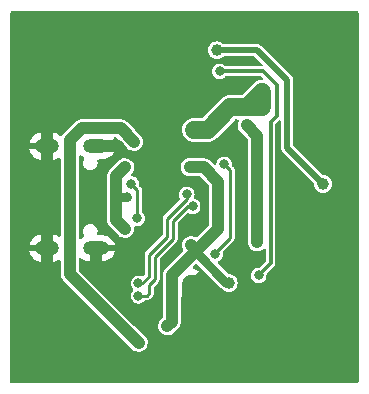
<source format=gbr>
%TF.GenerationSoftware,KiCad,Pcbnew,7.0.9-7.0.9~ubuntu22.04.1*%
%TF.CreationDate,2024-02-22T15:11:35+02:00*%
%TF.ProjectId,USB-SERIAL-L_Rev_B,5553422d-5345-4524-9941-4c2d4c5f5265,B*%
%TF.SameCoordinates,PX5f5e100PY7270e00*%
%TF.FileFunction,Copper,L2,Bot*%
%TF.FilePolarity,Positive*%
%FSLAX46Y46*%
G04 Gerber Fmt 4.6, Leading zero omitted, Abs format (unit mm)*
G04 Created by KiCad (PCBNEW 7.0.9-7.0.9~ubuntu22.04.1) date 2024-02-22 15:11:35*
%MOMM*%
%LPD*%
G01*
G04 APERTURE LIST*
%TA.AperFunction,ComponentPad*%
%ADD10C,1.500000*%
%TD*%
%TA.AperFunction,ComponentPad*%
%ADD11C,1.200000*%
%TD*%
%TA.AperFunction,ComponentPad*%
%ADD12C,6.300000*%
%TD*%
%TA.AperFunction,ComponentPad*%
%ADD13O,2.200000X1.200000*%
%TD*%
%TA.AperFunction,ComponentPad*%
%ADD14O,2.000000X1.300000*%
%TD*%
%TA.AperFunction,ViaPad*%
%ADD15C,1.000000*%
%TD*%
%TA.AperFunction,ViaPad*%
%ADD16C,0.800000*%
%TD*%
%TA.AperFunction,Conductor*%
%ADD17C,0.254000*%
%TD*%
%TA.AperFunction,Conductor*%
%ADD18C,1.016000*%
%TD*%
%TA.AperFunction,Conductor*%
%ADD19C,0.762000*%
%TD*%
%TA.AperFunction,Conductor*%
%ADD20C,1.524000*%
%TD*%
%TA.AperFunction,Conductor*%
%ADD21C,0.508000*%
%TD*%
%TA.AperFunction,Conductor*%
%ADD22C,0.304800*%
%TD*%
G04 APERTURE END LIST*
D10*
X15574000Y8672000D03*
D11*
X1087000Y3500000D03*
X1849000Y5151000D03*
X1849000Y1722000D03*
X3500000Y5913000D03*
D12*
X3500000Y3500000D03*
D11*
X3500000Y1087000D03*
X5151000Y5151000D03*
X5151000Y1849000D03*
X5913000Y3500000D03*
X24087000Y28500000D03*
X24849000Y30151000D03*
X24849000Y26722000D03*
X26500000Y30913000D03*
D12*
X26500000Y28500000D03*
D11*
X26500000Y26087000D03*
X28151000Y30151000D03*
X28151000Y26849000D03*
X28913000Y28500000D03*
X24087000Y3500000D03*
X24849000Y5151000D03*
X24849000Y1722000D03*
X26500000Y5913000D03*
D12*
X26500000Y3500000D03*
D11*
X26500000Y1087000D03*
X28151000Y5151000D03*
X28151000Y1849000D03*
X28913000Y3500000D03*
X1087000Y28500000D03*
X1849000Y30151000D03*
X1849000Y26722000D03*
X3500000Y30913000D03*
D12*
X3500000Y28500000D03*
D11*
X3500000Y26087000D03*
X5151000Y30151000D03*
X5151000Y26849000D03*
X5913000Y28500000D03*
D13*
X7530000Y11680000D03*
X7530000Y20320000D03*
D14*
X3350000Y11680000D03*
X3350000Y20320000D03*
D15*
X19761000Y16495000D03*
D16*
X16205000Y4557000D03*
D15*
X26873000Y19924000D03*
D16*
X13919000Y30465000D03*
X10617000Y10526000D03*
X9855000Y30465000D03*
D15*
X28397000Y7224000D03*
X12268000Y13320000D03*
D16*
X14046000Y15860000D03*
D15*
X22174000Y2144000D03*
X6553000Y15225000D03*
X20142000Y30973000D03*
X18237000Y20051000D03*
D16*
X17411500Y3096500D03*
D15*
X21539000Y7351000D03*
X26873000Y14717000D03*
X1219000Y10018000D03*
X10871000Y5954000D03*
X12014000Y22210000D03*
X28905000Y12177000D03*
X16583900Y16619900D03*
X27254000Y9637000D03*
X21158000Y10780000D03*
X8966000Y23861000D03*
X1219000Y20813000D03*
X28905000Y22337000D03*
X1219000Y17257000D03*
X18745000Y7351000D03*
X15697000Y24750000D03*
X11760000Y28941000D03*
X5156000Y23861000D03*
X3886000Y15352000D03*
X1219000Y13701000D03*
X4140000Y7986000D03*
X28905000Y17384000D03*
D16*
X15316000Y13828000D03*
D15*
X20269000Y22083000D03*
X21158000Y12177000D03*
X26746000Y17130000D03*
X17729000Y28433000D03*
D16*
X17983000Y26655000D03*
D15*
X18745000Y8748000D03*
D16*
X15570000Y11923000D03*
X21285000Y9383000D03*
D15*
X15443000Y18527000D03*
X13538000Y5065000D03*
X21539000Y24877000D03*
X15824000Y21702000D03*
X21539000Y23607000D03*
X16967000Y21702000D03*
X11125000Y3668000D03*
X10744000Y20686000D03*
D16*
X10125150Y16003150D03*
D15*
X9982000Y13320000D03*
X9982000Y18527000D03*
D16*
X10998000Y14209000D03*
X15197354Y16232646D03*
X11105643Y8699000D03*
X10490000Y17130000D03*
X11105643Y7645000D03*
X15697000Y15225000D03*
X18364000Y18781000D03*
X17602000Y11161000D03*
D17*
X18364000Y18781000D02*
X18872000Y18273000D01*
X18872000Y18273000D02*
X18872000Y12558000D01*
X18872000Y12558000D02*
X17602000Y11288000D01*
X17602000Y11288000D02*
X17602000Y11161000D01*
D18*
X18237000Y20051000D02*
X19126000Y20051000D01*
X19126000Y20051000D02*
X19761000Y19416000D01*
X19761000Y9764000D02*
X20091200Y9433800D01*
X19761000Y19416000D02*
X19761000Y9764000D01*
X20091200Y9433800D02*
X20091200Y8036800D01*
X20091200Y8036800D02*
X20777000Y7351000D01*
X20777000Y7351000D02*
X21539000Y7351000D01*
D19*
X18618000Y8748000D02*
X18554500Y8748000D01*
X18554500Y8748000D02*
X15951000Y11351500D01*
X15951000Y11351500D02*
X15951000Y11415000D01*
D20*
X15574000Y8672000D02*
X16662000Y8672000D01*
D18*
X18237000Y20051000D02*
X13284000Y20051000D01*
X13284000Y15860000D02*
X13284000Y18273000D01*
X21539000Y7351000D02*
X18745000Y7351000D01*
X3350000Y11680000D02*
X3350000Y20320000D01*
X20904000Y5065000D02*
X20904000Y2779000D01*
D21*
X16583900Y16619900D02*
X16840000Y16363800D01*
D18*
X7442000Y5319000D02*
X3350000Y9411000D01*
X7530000Y11680000D02*
X7530000Y9803000D01*
X20904000Y2779000D02*
X19380000Y1255000D01*
X12014000Y21321000D02*
X12014000Y22210000D01*
X9855000Y10907000D02*
X12268000Y13320000D01*
X12014000Y22210000D02*
X12014000Y28687000D01*
X3350000Y20320000D02*
X3350000Y22309000D01*
X17411500Y3096500D02*
X16713000Y3795000D01*
D20*
X16662000Y8672000D02*
X17856000Y7478000D01*
D21*
X16840000Y14971000D02*
X15697000Y13828000D01*
D18*
X19380000Y1255000D02*
X9474000Y1255000D01*
X12268000Y14844000D02*
X12268000Y13320000D01*
D20*
X15574000Y7093000D02*
X15574000Y8672000D01*
D18*
X16713000Y3795000D02*
X13030000Y3795000D01*
D21*
X15692800Y17511000D02*
X14935000Y17511000D01*
D18*
X3350000Y9411000D02*
X3350000Y11680000D01*
X12268000Y14844000D02*
X13284000Y15860000D01*
X12014000Y28687000D02*
X11760000Y28941000D01*
X16840000Y5827000D02*
X15574000Y7093000D01*
X13284000Y20051000D02*
X12014000Y21321000D01*
X9474000Y1255000D02*
X7442000Y3287000D01*
X9982000Y28941000D02*
X11760000Y28941000D01*
X9855000Y6970000D02*
X9855000Y10907000D01*
X7530000Y20320000D02*
X9332000Y20320000D01*
D21*
X15697000Y13828000D02*
X15316000Y13828000D01*
D18*
X21539000Y5700000D02*
X20904000Y5065000D01*
D21*
X14173000Y18273000D02*
X13284000Y18273000D01*
D19*
X14046000Y15860000D02*
X13284000Y15860000D01*
D21*
X16840000Y16363800D02*
X16840000Y14971000D01*
X16583900Y16619900D02*
X15692800Y17511000D01*
D18*
X9332000Y20320000D02*
X9728000Y19924000D01*
D21*
X14935000Y17511000D02*
X14173000Y18273000D01*
D18*
X7442000Y3287000D02*
X7442000Y5319000D01*
X13030000Y3795000D02*
X9855000Y6970000D01*
X3350000Y22309000D02*
X9982000Y28941000D01*
X21539000Y7351000D02*
X21539000Y5700000D01*
X13284000Y18273000D02*
X13284000Y20051000D01*
X21158000Y21194000D02*
X20269000Y22083000D01*
X21158000Y12177000D02*
X21158000Y21194000D01*
D21*
X23698000Y25893000D02*
X21158000Y28433000D01*
X23698000Y20178000D02*
X23698000Y25893000D01*
X26746000Y17130000D02*
X23698000Y20178000D01*
X21158000Y28433000D02*
X17729000Y28433000D01*
D18*
X16649500Y18527000D02*
X17856000Y17320500D01*
D22*
X22301000Y10399000D02*
X22301000Y22400500D01*
D18*
X17856000Y17320500D02*
X17856000Y13320000D01*
D22*
X22809000Y25512000D02*
X21666000Y26655000D01*
D18*
X15443000Y18527000D02*
X16649500Y18527000D01*
X15951000Y11415000D02*
X15951000Y11542000D01*
X15951000Y11542000D02*
X15570000Y11923000D01*
X13919000Y9383000D02*
X13919000Y5446000D01*
D22*
X21285000Y9383000D02*
X22301000Y10399000D01*
D18*
X13919000Y5446000D02*
X13538000Y5065000D01*
X17856000Y13320000D02*
X13919000Y9383000D01*
D22*
X22809000Y22908500D02*
X22809000Y25512000D01*
X22301000Y22400500D02*
X22809000Y22908500D01*
X21666000Y26655000D02*
X17983000Y26655000D01*
D21*
X18745000Y8748000D02*
X18618000Y8748000D01*
D20*
X21539000Y24877000D02*
X20269000Y23607000D01*
D18*
X9601000Y21829000D02*
X10744000Y20686000D01*
D20*
X21539000Y23607000D02*
X21539000Y24877000D01*
D18*
X5283000Y9510000D02*
X5283000Y20813000D01*
D20*
X18872000Y23607000D02*
X16967000Y21702000D01*
X21539000Y23607000D02*
X20269000Y23607000D01*
D18*
X6299000Y21829000D02*
X9601000Y21829000D01*
X11125000Y3668000D02*
X5283000Y9510000D01*
D20*
X16967000Y21702000D02*
X15824000Y21702000D01*
D18*
X5283000Y20813000D02*
X6299000Y21829000D01*
D20*
X20269000Y23607000D02*
X18872000Y23607000D01*
D18*
X9220000Y14082000D02*
X9220000Y15987000D01*
D19*
X10125150Y16003150D02*
X9236150Y16003150D01*
D18*
X9220000Y15987000D02*
X9220000Y17765000D01*
D19*
X9236150Y16003150D02*
X9220000Y15987000D01*
D18*
X9982000Y13320000D02*
X9220000Y14082000D01*
X9220000Y17765000D02*
X9982000Y18527000D01*
D17*
X11105643Y8699000D02*
X11441222Y8699000D01*
X12014000Y11139212D02*
X13538000Y12663212D01*
X12014000Y9271778D02*
X12014000Y11139212D01*
X10998000Y14209000D02*
X10998000Y16622000D01*
X13538000Y12663212D02*
X13538000Y14187211D01*
X10998000Y16622000D02*
X10490000Y17130000D01*
X13538000Y14187211D02*
X15197354Y15846565D01*
X15197354Y15846565D02*
X15197354Y16232646D01*
X11441222Y8699000D02*
X12014000Y9271778D01*
X12014000Y8553357D02*
X12522000Y9061357D01*
X12014000Y7859000D02*
X12014000Y8553357D01*
X11800000Y7645000D02*
X12014000Y7859000D01*
X15294211Y15225000D02*
X15697000Y15225000D01*
X12522000Y10928788D02*
X14046000Y12452788D01*
X11105643Y7645000D02*
X11800000Y7645000D01*
X14046000Y13976789D02*
X15294211Y15225000D01*
X14046000Y12452788D02*
X14046000Y13976789D01*
X12522000Y9061357D02*
X12522000Y10928788D01*
%TA.AperFunction,Conductor*%
G36*
X29687621Y31725498D02*
G01*
X29734114Y31671842D01*
X29745500Y31619500D01*
X29745500Y380500D01*
X29725498Y312379D01*
X29671842Y265886D01*
X29619500Y254500D01*
X380500Y254500D01*
X312379Y274502D01*
X265886Y328158D01*
X254500Y380500D01*
X254500Y11426000D01*
X1869423Y11426000D01*
X1881435Y11361737D01*
X1881436Y11361734D01*
X1958958Y11161629D01*
X1958966Y11161613D01*
X2071935Y10979161D01*
X2071936Y10979160D01*
X2216516Y10820563D01*
X2387779Y10691232D01*
X2387784Y10691228D01*
X2579884Y10595574D01*
X2579890Y10595571D01*
X2786309Y10536841D01*
X2946459Y10522000D01*
X3096000Y10522000D01*
X3096000Y11280000D01*
X3604000Y11280000D01*
X3604000Y10522000D01*
X3753541Y10522000D01*
X3913688Y10536841D01*
X3913692Y10536841D01*
X4120109Y10595571D01*
X4120115Y10595574D01*
X4312215Y10691228D01*
X4312216Y10691229D01*
X4318565Y10696023D01*
X4384980Y10721115D01*
X4454417Y10706317D01*
X4504831Y10656327D01*
X4520500Y10595475D01*
X4520500Y9574729D01*
X4519170Y9556470D01*
X4515634Y9532332D01*
X4515634Y9532327D01*
X4520260Y9479445D01*
X4520500Y9473952D01*
X4520500Y9465584D01*
X4524368Y9432489D01*
X4531168Y9354763D01*
X4532652Y9347577D01*
X4532593Y9347565D01*
X4534251Y9340084D01*
X4534310Y9340097D01*
X4536001Y9332960D01*
X4562690Y9259631D01*
X4587234Y9185562D01*
X4590335Y9178912D01*
X4590280Y9178887D01*
X4593619Y9171990D01*
X4593673Y9172017D01*
X4596962Y9165468D01*
X4596965Y9165464D01*
X4596966Y9165461D01*
X4639848Y9100262D01*
X4680812Y9033851D01*
X4680813Y9033850D01*
X4680815Y9033847D01*
X4685362Y9028097D01*
X4685314Y9028060D01*
X4690154Y9022119D01*
X4690200Y9022157D01*
X4694911Y9016543D01*
X4694912Y9016542D01*
X4694915Y9016538D01*
X4751685Y8962978D01*
X10617230Y3097431D01*
X10617234Y3097428D01*
X10617235Y3097427D01*
X10721981Y3014605D01*
X10883527Y2939275D01*
X11058092Y2903231D01*
X11236264Y2908414D01*
X11408436Y2954548D01*
X11565330Y3039144D01*
X11698484Y3157642D01*
X11800723Y3303653D01*
X11866533Y3469306D01*
X11892367Y3645672D01*
X11876831Y3823240D01*
X11820765Y3992440D01*
X11727189Y4144149D01*
X11727188Y4144150D01*
X11727183Y4144156D01*
X10739430Y5131909D01*
X12773231Y5131909D01*
X12778415Y4953737D01*
X12824548Y4781564D01*
X12909144Y4624670D01*
X13027642Y4491516D01*
X13173653Y4389277D01*
X13339307Y4323468D01*
X13515672Y4297634D01*
X13693240Y4313169D01*
X13862440Y4369235D01*
X13951935Y4424438D01*
X14014145Y4462809D01*
X14014146Y4462811D01*
X14014149Y4462812D01*
X14412407Y4861071D01*
X14426240Y4873025D01*
X14445822Y4887602D01*
X14479952Y4928279D01*
X14483651Y4932315D01*
X14489573Y4938235D01*
X14510245Y4964380D01*
X14560396Y5024147D01*
X14560398Y5024152D01*
X14564430Y5030280D01*
X14564483Y5030245D01*
X14568595Y5036700D01*
X14568541Y5036733D01*
X14572390Y5042975D01*
X14572395Y5042980D01*
X14605377Y5113712D01*
X14640394Y5183434D01*
X14640394Y5183436D01*
X14640396Y5183439D01*
X14642908Y5190339D01*
X14642966Y5190318D01*
X14645475Y5197538D01*
X14645416Y5197557D01*
X14647722Y5204522D01*
X14647725Y5204526D01*
X14663502Y5280939D01*
X14681500Y5356877D01*
X14681500Y5356884D01*
X14682352Y5364166D01*
X14682412Y5364159D01*
X14683190Y5371774D01*
X14683129Y5371779D01*
X14683767Y5379083D01*
X14683769Y5379091D01*
X14681500Y5457076D01*
X14681500Y7519158D01*
X14701502Y7587279D01*
X14755158Y7633772D01*
X14825432Y7643876D01*
X14879771Y7622371D01*
X14942600Y7578378D01*
X15142092Y7485353D01*
X15142096Y7485351D01*
X15354712Y7428381D01*
X15574000Y7409196D01*
X15793287Y7428381D01*
X16005903Y7485351D01*
X16005912Y7485355D01*
X16205405Y7578381D01*
X16205412Y7578385D01*
X16265986Y7620802D01*
X16265986Y7620804D01*
X15701587Y8185203D01*
X15716315Y8187320D01*
X15847100Y8247048D01*
X15955761Y8341202D01*
X16033493Y8462156D01*
X16058361Y8546850D01*
X16625197Y7980014D01*
X16625198Y7980014D01*
X16667615Y8040588D01*
X16667619Y8040595D01*
X16760645Y8240088D01*
X16760649Y8240097D01*
X16817619Y8452713D01*
X16836804Y8672000D01*
X16817619Y8891288D01*
X16760649Y9103904D01*
X16760647Y9103908D01*
X16667621Y9303402D01*
X16625198Y9363988D01*
X16625196Y9363988D01*
X16058360Y8797152D01*
X16033493Y8881844D01*
X15955761Y9002798D01*
X15847100Y9096952D01*
X15716315Y9156680D01*
X15701587Y9158798D01*
X16265986Y9723199D01*
X16265986Y9723200D01*
X16205401Y9765622D01*
X16205402Y9765622D01*
X16005907Y9858648D01*
X16005902Y9858650D01*
X15796406Y9914784D01*
X15735783Y9951736D01*
X15704762Y10015596D01*
X15713190Y10086091D01*
X15739922Y10125586D01*
X15919957Y10305621D01*
X15982269Y10339647D01*
X16053084Y10334582D01*
X16098146Y10305622D01*
X17084262Y9319505D01*
X18045685Y8358082D01*
X18055672Y8345618D01*
X18055896Y8345803D01*
X18060947Y8339697D01*
X18112193Y8291574D01*
X18133401Y8270365D01*
X18138972Y8266044D01*
X18143486Y8262188D01*
X18149978Y8256092D01*
X18177994Y8229783D01*
X18177996Y8229782D01*
X18195824Y8219981D01*
X18212352Y8209124D01*
X18229283Y8195991D01*
X18235215Y8190761D01*
X18253976Y8172000D01*
X18271601Y8154375D01*
X18302260Y8135111D01*
X18415563Y8063918D01*
X18576046Y8007763D01*
X18745000Y7988726D01*
X18913954Y8007763D01*
X19074437Y8063918D01*
X19218400Y8154376D01*
X19338624Y8274600D01*
X19429082Y8418563D01*
X19485237Y8579046D01*
X19504274Y8748000D01*
X19485237Y8916954D01*
X19429082Y9077437D01*
X19338624Y9221400D01*
X19338622Y9221403D01*
X19218402Y9341623D01*
X19218399Y9341625D01*
X19074439Y9432081D01*
X19074437Y9432082D01*
X19063786Y9435809D01*
X18913954Y9488237D01*
X18745000Y9507274D01*
X18744998Y9507274D01*
X18737969Y9508066D01*
X18738144Y9509625D01*
X18678027Y9527276D01*
X18657057Y9544175D01*
X17839420Y10361812D01*
X17805397Y10424122D01*
X17810462Y10494938D01*
X17853009Y10551773D01*
X17869948Y10562464D01*
X17976529Y10618401D01*
X18095498Y10723799D01*
X18185787Y10854605D01*
X18242149Y11003218D01*
X18242149Y11003219D01*
X18242150Y11003221D01*
X18261307Y11160997D01*
X18261307Y11161003D01*
X18241981Y11320164D01*
X18253626Y11390199D01*
X18277964Y11424444D01*
X19104542Y12251022D01*
X19124718Y12267406D01*
X19133956Y12273440D01*
X19156114Y12301911D01*
X19161282Y12307762D01*
X19164113Y12310591D01*
X19177891Y12329890D01*
X19212158Y12373915D01*
X19212158Y12373918D01*
X19215957Y12380936D01*
X19219471Y12388126D01*
X19219475Y12388130D01*
X19225655Y12408889D01*
X19235391Y12441590D01*
X19253499Y12494336D01*
X19254819Y12502251D01*
X19255805Y12510157D01*
X19253500Y12565884D01*
X19253500Y18220367D01*
X19256182Y18246227D01*
X19256265Y18246621D01*
X19258445Y18257017D01*
X19253983Y18292808D01*
X19253500Y18300600D01*
X19253500Y18304613D01*
X19249594Y18328017D01*
X19246861Y18349938D01*
X19242695Y18383361D01*
X19242694Y18383364D01*
X19240408Y18391041D01*
X19237819Y18398584D01*
X19211269Y18447646D01*
X19186777Y18497744D01*
X19182129Y18504254D01*
X19177216Y18510567D01*
X19136181Y18548341D01*
X19053718Y18630805D01*
X19019692Y18693117D01*
X19017732Y18735089D01*
X19020530Y18758126D01*
X19023307Y18781000D01*
X19017111Y18832033D01*
X19004150Y18938780D01*
X18986456Y18985433D01*
X18947787Y19087395D01*
X18857498Y19218201D01*
X18738529Y19323599D01*
X18738528Y19323600D01*
X18738525Y19323602D01*
X18597797Y19397461D01*
X18597795Y19397462D01*
X18597793Y19397463D01*
X18597791Y19397464D01*
X18597790Y19397464D01*
X18443472Y19435500D01*
X18443471Y19435500D01*
X18284529Y19435500D01*
X18284527Y19435500D01*
X18130209Y19397464D01*
X18130202Y19397461D01*
X17989474Y19323602D01*
X17989469Y19323598D01*
X17870501Y19218200D01*
X17780215Y19087399D01*
X17780212Y19087393D01*
X17723849Y18938780D01*
X17710888Y18832033D01*
X17682821Y18766820D01*
X17623952Y18727134D01*
X17552972Y18725574D01*
X17496712Y18758126D01*
X17234442Y19020396D01*
X17222470Y19034248D01*
X17207898Y19053822D01*
X17207896Y19053824D01*
X17167230Y19087948D01*
X17163176Y19091662D01*
X17157271Y19097568D01*
X17131119Y19118247D01*
X17071355Y19168395D01*
X17065228Y19172424D01*
X17065261Y19172476D01*
X17058803Y19176590D01*
X17058772Y19176539D01*
X17052522Y19180394D01*
X17020637Y19195262D01*
X16981794Y19213375D01*
X16972185Y19218201D01*
X16912072Y19248392D01*
X16905171Y19250903D01*
X16905191Y19250961D01*
X16897959Y19253475D01*
X16897940Y19253417D01*
X16890976Y19255725D01*
X16814565Y19271502D01*
X16738620Y19289501D01*
X16731333Y19290352D01*
X16731340Y19290413D01*
X16723726Y19291191D01*
X16723721Y19291129D01*
X16716409Y19291769D01*
X16638424Y19289500D01*
X15398585Y19289500D01*
X15265958Y19273999D01*
X15265956Y19273998D01*
X15098463Y19213036D01*
X15098457Y19213033D01*
X14949542Y19115090D01*
X14827216Y18985433D01*
X14738094Y18831069D01*
X14716257Y18758126D01*
X14696795Y18693117D01*
X14686972Y18660307D01*
X14677837Y18503458D01*
X14676608Y18482363D01*
X14704638Y18323398D01*
X14707561Y18306820D01*
X14707561Y18306819D01*
X14778156Y18143161D01*
X14778157Y18143160D01*
X14778159Y18143158D01*
X14778160Y18143155D01*
X14884602Y18000178D01*
X14884604Y18000177D01*
X14884605Y18000175D01*
X14894074Y17992230D01*
X15021147Y17885604D01*
X15023854Y17884245D01*
X15180427Y17805609D01*
X15180430Y17805608D01*
X15180434Y17805606D01*
X15353877Y17764500D01*
X16281473Y17764500D01*
X16349594Y17744498D01*
X16370568Y17727595D01*
X17056595Y17041568D01*
X17090621Y16979256D01*
X17093500Y16952473D01*
X17093500Y13688029D01*
X17073498Y13619908D01*
X17056595Y13598934D01*
X16077030Y12619370D01*
X16014718Y12585344D01*
X15943902Y12590409D01*
X15934692Y12594268D01*
X15811473Y12651725D01*
X15811471Y12651726D01*
X15636911Y12687769D01*
X15636909Y12687769D01*
X15518127Y12684313D01*
X15458736Y12682585D01*
X15286563Y12636452D01*
X15129672Y12551858D01*
X15129671Y12551857D01*
X14996516Y12433359D01*
X14996514Y12433356D01*
X14894278Y12287348D01*
X14894275Y12287344D01*
X14828468Y12121693D01*
X14802634Y11945328D01*
X14818169Y11767760D01*
X14874235Y11598560D01*
X14874236Y11598558D01*
X14891360Y11570796D01*
X14910097Y11502317D01*
X14888838Y11434578D01*
X14873214Y11415554D01*
X13425602Y9967942D01*
X13411753Y9955972D01*
X13392179Y9941399D01*
X13392176Y9941397D01*
X13358056Y9900735D01*
X13354349Y9896689D01*
X13348428Y9890767D01*
X13348428Y9890766D01*
X13327754Y9864621D01*
X13277604Y9804853D01*
X13273574Y9798725D01*
X13273523Y9798758D01*
X13269405Y9792294D01*
X13269455Y9792263D01*
X13265607Y9786026D01*
X13232625Y9715295D01*
X13197604Y9645562D01*
X13195095Y9638668D01*
X13195039Y9638689D01*
X13192525Y9631455D01*
X13192582Y9631436D01*
X13190275Y9624476D01*
X13174498Y9548066D01*
X13156499Y9472122D01*
X13155648Y9464833D01*
X13155587Y9464841D01*
X13153897Y9448292D01*
X13152897Y9443449D01*
X13150543Y9439030D01*
X13155446Y9408131D01*
X13155774Y9396878D01*
X13156500Y9371924D01*
X13156500Y9047654D01*
X13150021Y9025590D01*
X13154858Y9015504D01*
X13156500Y8995231D01*
X13156500Y5814029D01*
X13136498Y5745908D01*
X13119595Y5724934D01*
X12967432Y5572772D01*
X12967429Y5572768D01*
X12884605Y5468021D01*
X12809274Y5306472D01*
X12773231Y5131913D01*
X12773231Y5131910D01*
X12773231Y5131909D01*
X10739430Y5131909D01*
X8226342Y7644997D01*
X10446336Y7644997D01*
X10465492Y7487221D01*
X10514090Y7359081D01*
X10521856Y7338605D01*
X10612145Y7207799D01*
X10731114Y7102401D01*
X10731115Y7102401D01*
X10731117Y7102399D01*
X10805843Y7063180D01*
X10871850Y7028537D01*
X11026172Y6990500D01*
X11026173Y6990500D01*
X11185113Y6990500D01*
X11185114Y6990500D01*
X11339436Y7028537D01*
X11480172Y7102401D01*
X11599141Y7207799D01*
X11600027Y7209082D01*
X11600914Y7209802D01*
X11604197Y7213506D01*
X11604813Y7212961D01*
X11655188Y7253779D01*
X11703719Y7263500D01*
X11747366Y7263500D01*
X11773224Y7260819D01*
X11784017Y7258555D01*
X11819809Y7263017D01*
X11827600Y7263500D01*
X11831611Y7263500D01*
X11855005Y7267404D01*
X11862887Y7268387D01*
X11910360Y7274304D01*
X11910362Y7274306D01*
X11918011Y7276583D01*
X11925584Y7279182D01*
X11925586Y7279182D01*
X11974641Y7305730D01*
X12024746Y7330224D01*
X12024750Y7330229D01*
X12031250Y7334868D01*
X12037560Y7339779D01*
X12037562Y7339780D01*
X12075339Y7380818D01*
X12246542Y7552020D01*
X12266720Y7568407D01*
X12275956Y7574440D01*
X12298103Y7602897D01*
X12303271Y7608750D01*
X12306114Y7611591D01*
X12319898Y7630899D01*
X12354158Y7674915D01*
X12354159Y7674921D01*
X12357950Y7681924D01*
X12361471Y7689127D01*
X12361475Y7689131D01*
X12370823Y7720532D01*
X12377389Y7742584D01*
X12395498Y7795334D01*
X12395500Y7795339D01*
X12395500Y7795346D01*
X12396819Y7803248D01*
X12397805Y7811158D01*
X12395500Y7866885D01*
X12395500Y8343145D01*
X12415502Y8411266D01*
X12432400Y8432236D01*
X12754544Y8754381D01*
X12774720Y8770764D01*
X12783956Y8776797D01*
X12806114Y8805268D01*
X12811282Y8811119D01*
X12814113Y8813948D01*
X12827891Y8833247D01*
X12862158Y8877272D01*
X12862158Y8877275D01*
X12865957Y8884293D01*
X12869476Y8891490D01*
X12885387Y8944937D01*
X12891581Y8962978D01*
X12903500Y8997696D01*
X12903500Y8997701D01*
X12904812Y9005565D01*
X12905467Y9010815D01*
X12907643Y9015828D01*
X12908279Y9020189D01*
X12904608Y9042447D01*
X12903500Y9069227D01*
X12903500Y9404464D01*
X12912703Y9435809D01*
X12903923Y9458610D01*
X12903500Y9468928D01*
X12903500Y10718577D01*
X12923502Y10786698D01*
X12940400Y10807667D01*
X14278542Y12145810D01*
X14298718Y12162194D01*
X14307956Y12168228D01*
X14330114Y12196699D01*
X14335282Y12202550D01*
X14338113Y12205379D01*
X14351891Y12224678D01*
X14386158Y12268703D01*
X14386158Y12268706D01*
X14389957Y12275724D01*
X14393471Y12282914D01*
X14393475Y12282918D01*
X14400875Y12307774D01*
X14409391Y12336378D01*
X14427499Y12389124D01*
X14428819Y12397039D01*
X14429805Y12404945D01*
X14427500Y12460672D01*
X14427500Y13766577D01*
X14447502Y13834698D01*
X14464399Y13855667D01*
X15236365Y14627633D01*
X15298674Y14661655D01*
X15369489Y14656591D01*
X15384003Y14650107D01*
X15463207Y14608537D01*
X15617529Y14570500D01*
X15617530Y14570500D01*
X15776470Y14570500D01*
X15776471Y14570500D01*
X15930793Y14608537D01*
X16071529Y14682401D01*
X16190498Y14787799D01*
X16280787Y14918605D01*
X16337149Y15067218D01*
X16337149Y15067219D01*
X16337150Y15067221D01*
X16356307Y15224997D01*
X16356307Y15225004D01*
X16337150Y15382780D01*
X16307655Y15460551D01*
X16280787Y15531395D01*
X16190498Y15662201D01*
X16071529Y15767599D01*
X16071528Y15767600D01*
X16071525Y15767602D01*
X15930797Y15841461D01*
X15930796Y15841462D01*
X15930793Y15841463D01*
X15930791Y15841464D01*
X15930785Y15841466D01*
X15902617Y15848409D01*
X15841263Y15884133D01*
X15808963Y15947357D01*
X15814962Y16015429D01*
X15837503Y16074865D01*
X15856661Y16232643D01*
X15856661Y16232650D01*
X15837504Y16390426D01*
X15802576Y16482522D01*
X15781141Y16539041D01*
X15690852Y16669847D01*
X15571883Y16775245D01*
X15571882Y16775246D01*
X15571879Y16775248D01*
X15431151Y16849107D01*
X15431149Y16849108D01*
X15431147Y16849109D01*
X15431145Y16849110D01*
X15431144Y16849110D01*
X15276826Y16887146D01*
X15276825Y16887146D01*
X15117883Y16887146D01*
X15117881Y16887146D01*
X14963563Y16849110D01*
X14963556Y16849107D01*
X14822828Y16775248D01*
X14822823Y16775244D01*
X14703855Y16669846D01*
X14613569Y16539045D01*
X14613566Y16539039D01*
X14557203Y16390426D01*
X14538047Y16232650D01*
X14538047Y16232643D01*
X14557203Y16074867D01*
X14579746Y16015429D01*
X14605562Y15947357D01*
X14616270Y15919125D01*
X14614840Y15918583D01*
X14627091Y15857450D01*
X14601191Y15791347D01*
X14590672Y15779407D01*
X13305455Y14494191D01*
X13285282Y14477807D01*
X13276041Y14471770D01*
X13253896Y14443318D01*
X13248736Y14437473D01*
X13245892Y14434628D01*
X13232099Y14415311D01*
X13197840Y14371295D01*
X13194030Y14364253D01*
X13190524Y14357082D01*
X13174610Y14303625D01*
X13156499Y14250872D01*
X13155184Y14242993D01*
X13154194Y14235051D01*
X13156500Y14179327D01*
X13156500Y12873426D01*
X13136498Y12805305D01*
X13119595Y12784331D01*
X11781455Y11446192D01*
X11761282Y11429808D01*
X11752041Y11423771D01*
X11729896Y11395319D01*
X11724736Y11389474D01*
X11721892Y11386629D01*
X11708099Y11367312D01*
X11673840Y11323296D01*
X11670030Y11316254D01*
X11666524Y11309083D01*
X11650610Y11255626D01*
X11632499Y11202873D01*
X11631184Y11194994D01*
X11630194Y11187052D01*
X11632500Y11131328D01*
X11632500Y9481993D01*
X11612498Y9413872D01*
X11595595Y9392898D01*
X11522202Y9319505D01*
X11459890Y9285479D01*
X11389075Y9290544D01*
X11374552Y9297033D01*
X11339440Y9315461D01*
X11339438Y9315462D01*
X11339436Y9315463D01*
X11339434Y9315464D01*
X11339433Y9315464D01*
X11185115Y9353500D01*
X11185114Y9353500D01*
X11026172Y9353500D01*
X11026170Y9353500D01*
X10871852Y9315464D01*
X10871845Y9315461D01*
X10731117Y9241602D01*
X10731112Y9241598D01*
X10612144Y9136200D01*
X10521858Y9005399D01*
X10521855Y9005393D01*
X10465492Y8856780D01*
X10446336Y8699004D01*
X10446336Y8698997D01*
X10465492Y8541221D01*
X10521855Y8392608D01*
X10521858Y8392602D01*
X10612147Y8261796D01*
X10617200Y8256092D01*
X10614804Y8253970D01*
X10644793Y8206103D01*
X10643975Y8135111D01*
X10614930Y8089919D01*
X10617200Y8087908D01*
X10612147Y8082205D01*
X10521858Y7951399D01*
X10521855Y7951393D01*
X10465492Y7802780D01*
X10446336Y7645004D01*
X10446336Y7644997D01*
X8226342Y7644997D01*
X6082405Y9788934D01*
X6048379Y9851246D01*
X6045500Y9878029D01*
X6045500Y10793532D01*
X6065502Y10861653D01*
X6119158Y10908146D01*
X6189432Y10918250D01*
X6254012Y10888756D01*
X6258450Y10884722D01*
X6341964Y10805091D01*
X6341965Y10805090D01*
X6519975Y10690692D01*
X6519980Y10690689D01*
X6716414Y10612048D01*
X6716420Y10612047D01*
X6924194Y10572001D01*
X6924203Y10572000D01*
X7276000Y10572000D01*
X7276000Y11280000D01*
X7784000Y11280000D01*
X7784000Y10572000D01*
X8082779Y10572000D01*
X8082800Y10572002D01*
X8240633Y10587073D01*
X8240648Y10587076D01*
X8443677Y10646690D01*
X8631754Y10743651D01*
X8798085Y10874456D01*
X8798091Y10874461D01*
X8936656Y11034375D01*
X8936657Y11034376D01*
X9042454Y11217623D01*
X9042458Y11217632D01*
X9111662Y11417585D01*
X9111664Y11417591D01*
X9112873Y11426000D01*
X8291686Y11426000D01*
X8307641Y11441955D01*
X8365165Y11554852D01*
X8384986Y11680000D01*
X8365165Y11805148D01*
X8307641Y11918045D01*
X8291686Y11934000D01*
X9108519Y11934000D01*
X9108519Y11934001D01*
X9081824Y12044039D01*
X9081822Y12044046D01*
X8993922Y12236516D01*
X8993920Y12236520D01*
X8871178Y12408888D01*
X8871177Y12408889D01*
X8718035Y12554910D01*
X8718034Y12554911D01*
X8540024Y12669309D01*
X8540019Y12669312D01*
X8343585Y12747953D01*
X8343579Y12747954D01*
X8135805Y12788000D01*
X7739986Y12788000D01*
X7671865Y12808002D01*
X7625372Y12861658D01*
X7615268Y12931932D01*
X7618281Y12946616D01*
X7619720Y12951986D01*
X7640523Y13110000D01*
X7640523Y13110001D01*
X7619720Y13268014D01*
X7619720Y13268015D01*
X7558728Y13415261D01*
X7461705Y13541705D01*
X7335261Y13638728D01*
X7188015Y13699720D01*
X7188013Y13699721D01*
X7069675Y13715300D01*
X7069673Y13715300D01*
X6990327Y13715300D01*
X6990324Y13715300D01*
X6871986Y13699721D01*
X6805696Y13672262D01*
X6724739Y13638728D01*
X6724738Y13638727D01*
X6724737Y13638727D01*
X6598295Y13541705D01*
X6501273Y13415264D01*
X6501271Y13415261D01*
X6440279Y13268014D01*
X6419477Y13110001D01*
X6419477Y13110000D01*
X6440279Y12951987D01*
X6440280Y12951985D01*
X6501272Y12804739D01*
X6501273Y12804738D01*
X6501275Y12804733D01*
X6502270Y12803010D01*
X6502666Y12801374D01*
X6504433Y12797110D01*
X6503767Y12796835D01*
X6519005Y12734014D01*
X6495781Y12666923D01*
X6450887Y12628023D01*
X6428248Y12616352D01*
X6428247Y12616351D01*
X6261908Y12485540D01*
X6258444Y12482237D01*
X6195338Y12449709D01*
X6124663Y12456462D01*
X6068859Y12500352D01*
X6045642Y12567445D01*
X6045500Y12573433D01*
X6045500Y14104327D01*
X8452634Y14104327D01*
X8457260Y14051445D01*
X8457500Y14045952D01*
X8457500Y14037584D01*
X8461368Y14004489D01*
X8468168Y13926763D01*
X8469652Y13919577D01*
X8469593Y13919565D01*
X8471251Y13912084D01*
X8471310Y13912097D01*
X8473001Y13904960D01*
X8499690Y13831631D01*
X8524234Y13757562D01*
X8527335Y13750912D01*
X8527280Y13750887D01*
X8530619Y13743990D01*
X8530673Y13744017D01*
X8533962Y13737468D01*
X8533965Y13737464D01*
X8533966Y13737461D01*
X8576848Y13672262D01*
X8617812Y13605851D01*
X8617813Y13605850D01*
X8617815Y13605847D01*
X8622362Y13600097D01*
X8622314Y13600060D01*
X8627154Y13594119D01*
X8627200Y13594157D01*
X8631911Y13588543D01*
X8631912Y13588542D01*
X8631915Y13588538D01*
X8688683Y13534980D01*
X9474235Y12749427D01*
X9578980Y12666605D01*
X9740527Y12591275D01*
X9915092Y12555231D01*
X10093263Y12560414D01*
X10265436Y12606548D01*
X10422330Y12691144D01*
X10555484Y12809642D01*
X10657723Y12955653D01*
X10723532Y13121306D01*
X10749367Y13297672D01*
X10739079Y13415263D01*
X10738026Y13427299D01*
X10752014Y13496904D01*
X10801413Y13547896D01*
X10870539Y13564087D01*
X10893701Y13560619D01*
X10917330Y13554796D01*
X10918529Y13554500D01*
X10918530Y13554500D01*
X11077470Y13554500D01*
X11077471Y13554500D01*
X11231793Y13592537D01*
X11372529Y13666401D01*
X11491498Y13771799D01*
X11581787Y13902605D01*
X11638149Y14051218D01*
X11638149Y14051219D01*
X11638150Y14051221D01*
X11657307Y14208997D01*
X11657307Y14209004D01*
X11638150Y14366780D01*
X11609122Y14443318D01*
X11581787Y14515395D01*
X11491498Y14646201D01*
X11491495Y14646204D01*
X11491496Y14646204D01*
X11421946Y14707820D01*
X11384221Y14767965D01*
X11379500Y14802132D01*
X11379500Y16569367D01*
X11382182Y16595227D01*
X11384445Y16606017D01*
X11379983Y16641808D01*
X11379500Y16649600D01*
X11379500Y16653613D01*
X11375594Y16677017D01*
X11368695Y16732361D01*
X11368694Y16732364D01*
X11366408Y16740041D01*
X11363819Y16747584D01*
X11337269Y16796646D01*
X11312777Y16846744D01*
X11308129Y16853254D01*
X11303216Y16859567D01*
X11262181Y16897341D01*
X11179718Y16979805D01*
X11145692Y17042117D01*
X11143732Y17084089D01*
X11149307Y17130000D01*
X11149307Y17130003D01*
X11130150Y17287780D01*
X11116538Y17323669D01*
X11073787Y17436395D01*
X10983498Y17567201D01*
X10864529Y17672599D01*
X10864528Y17672600D01*
X10864525Y17672602D01*
X10723797Y17746461D01*
X10723795Y17746462D01*
X10723793Y17746463D01*
X10723791Y17746464D01*
X10723790Y17746464D01*
X10584507Y17780794D01*
X10523153Y17816518D01*
X10490851Y17879741D01*
X10497859Y17950391D01*
X10525565Y17992228D01*
X10552573Y18019235D01*
X10635395Y18123980D01*
X10710725Y18285527D01*
X10746769Y18460092D01*
X10741586Y18638263D01*
X10695452Y18810436D01*
X10610856Y18967330D01*
X10492358Y19100484D01*
X10346347Y19202723D01*
X10180694Y19268532D01*
X10004328Y19294367D01*
X10004327Y19294367D01*
X9826759Y19278831D01*
X9657560Y19222765D01*
X9505850Y19129189D01*
X9505849Y19129188D01*
X8726598Y18349938D01*
X8712749Y18337969D01*
X8693178Y18323399D01*
X8693176Y18323397D01*
X8659056Y18282735D01*
X8655349Y18278689D01*
X8649428Y18272767D01*
X8649427Y18272765D01*
X8628754Y18246621D01*
X8578604Y18186853D01*
X8574574Y18180725D01*
X8574523Y18180758D01*
X8570405Y18174294D01*
X8570455Y18174263D01*
X8566607Y18168026D01*
X8533625Y18097295D01*
X8498604Y18027562D01*
X8496095Y18020668D01*
X8496039Y18020689D01*
X8493525Y18013455D01*
X8493582Y18013436D01*
X8491275Y18006476D01*
X8475498Y17930066D01*
X8457499Y17854122D01*
X8456648Y17846833D01*
X8456587Y17846841D01*
X8455809Y17839227D01*
X8455871Y17839221D01*
X8455231Y17831910D01*
X8457500Y17753925D01*
X8457500Y14146729D01*
X8456170Y14128470D01*
X8452634Y14104332D01*
X8452634Y14104327D01*
X6045500Y14104327D01*
X6045500Y19433532D01*
X6065502Y19501653D01*
X6119158Y19548146D01*
X6189432Y19558250D01*
X6254012Y19528756D01*
X6258450Y19524722D01*
X6341962Y19445093D01*
X6462294Y19367762D01*
X6508787Y19314106D01*
X6518892Y19243833D01*
X6503295Y19198767D01*
X6501275Y19195268D01*
X6501273Y19195264D01*
X6501272Y19195262D01*
X6473904Y19129189D01*
X6440279Y19048014D01*
X6419477Y18890001D01*
X6419477Y18890000D01*
X6440279Y18731987D01*
X6449210Y18710425D01*
X6501272Y18584739D01*
X6598295Y18458295D01*
X6724739Y18361272D01*
X6871985Y18300280D01*
X6990327Y18284700D01*
X6990334Y18284700D01*
X7069666Y18284700D01*
X7069673Y18284700D01*
X7188015Y18300280D01*
X7335261Y18361272D01*
X7461705Y18458295D01*
X7558728Y18584738D01*
X7619720Y18731985D01*
X7640523Y18890000D01*
X7619720Y19048015D01*
X7619718Y19048019D01*
X7618279Y19053392D01*
X7619971Y19124369D01*
X7659767Y19183163D01*
X7725032Y19211109D01*
X7739987Y19212000D01*
X8082779Y19212000D01*
X8082800Y19212002D01*
X8240633Y19227073D01*
X8240648Y19227076D01*
X8443677Y19286690D01*
X8631754Y19383651D01*
X8798085Y19514456D01*
X8798091Y19514461D01*
X8936656Y19674375D01*
X8936657Y19674376D01*
X9042454Y19857623D01*
X9042458Y19857632D01*
X9111662Y20057585D01*
X9111664Y20057591D01*
X9112873Y20066000D01*
X8291686Y20066000D01*
X8307641Y20081955D01*
X8365165Y20194852D01*
X8384986Y20320000D01*
X8365165Y20445148D01*
X8307641Y20558045D01*
X8291686Y20574000D01*
X9108519Y20574000D01*
X9108519Y20574001D01*
X9081824Y20684039D01*
X9081822Y20684046D01*
X8993922Y20876517D01*
X8993356Y20877498D01*
X8993221Y20878052D01*
X8991428Y20881979D01*
X8992184Y20882325D01*
X8976617Y20946493D01*
X8999836Y21013586D01*
X9055643Y21057474D01*
X9102474Y21066500D01*
X9232972Y21066500D01*
X9301093Y21046498D01*
X9322067Y21029596D01*
X10236235Y20115427D01*
X10340980Y20032605D01*
X10502526Y19957275D01*
X10677091Y19921231D01*
X10855263Y19926415D01*
X11027436Y19972548D01*
X11184329Y20057145D01*
X11317484Y20175642D01*
X11419722Y20321653D01*
X11485532Y20487307D01*
X11511366Y20663672D01*
X11495831Y20841240D01*
X11439765Y21010440D01*
X11346188Y21162150D01*
X11346185Y21162153D01*
X11346182Y21162157D01*
X10806342Y21701997D01*
X14802582Y21701997D01*
X14822206Y21502739D01*
X14822206Y21502737D01*
X14880332Y21311123D01*
X14880334Y21311117D01*
X14974720Y21134534D01*
X14974722Y21134531D01*
X15101748Y20979748D01*
X15256531Y20852722D01*
X15433120Y20758333D01*
X15624731Y20700208D01*
X15624736Y20700208D01*
X15624738Y20700207D01*
X15734069Y20689440D01*
X15774066Y20685500D01*
X16913966Y20685500D01*
X16920145Y20685196D01*
X16966998Y20680581D01*
X16967000Y20680581D01*
X16967001Y20680581D01*
X17066889Y20690420D01*
X17166260Y20700207D01*
X17166263Y20700207D01*
X17166264Y20700208D01*
X17166269Y20700208D01*
X17357880Y20758333D01*
X17534469Y20852722D01*
X17689252Y20979748D01*
X17719128Y21016154D01*
X17723260Y21020714D01*
X19256145Y22553598D01*
X19318455Y22587621D01*
X19345238Y22590500D01*
X19464513Y22590500D01*
X19532634Y22570498D01*
X19579127Y22516842D01*
X19589231Y22446568D01*
X19581611Y22417983D01*
X19527468Y22281693D01*
X19501634Y22105328D01*
X19517169Y21927760D01*
X19568679Y21772308D01*
X19573236Y21758558D01*
X19666808Y21606855D01*
X19666811Y21606852D01*
X19666812Y21606851D01*
X20358596Y20915067D01*
X20392620Y20852756D01*
X20395500Y20825973D01*
X20395500Y12132586D01*
X20411001Y11999959D01*
X20411002Y11999957D01*
X20471964Y11832464D01*
X20471967Y11832458D01*
X20569910Y11683543D01*
X20569914Y11683539D01*
X20569915Y11683538D01*
X20615344Y11640678D01*
X20699567Y11561217D01*
X20829843Y11486002D01*
X20853933Y11472094D01*
X21024692Y11420972D01*
X21202637Y11410608D01*
X21378176Y11441560D01*
X21378181Y11441562D01*
X21541839Y11512157D01*
X21541840Y11512158D01*
X21541839Y11512158D01*
X21541845Y11512160D01*
X21684822Y11618602D01*
X21684824Y11618605D01*
X21690708Y11622985D01*
X21692206Y11620972D01*
X21744891Y11647790D01*
X21815531Y11640678D01*
X21871111Y11596504D01*
X21893986Y11529294D01*
X21894100Y11523946D01*
X21894100Y10619733D01*
X21874098Y10551612D01*
X21857195Y10530638D01*
X21400962Y10074405D01*
X21338650Y10040379D01*
X21311867Y10037500D01*
X21205527Y10037500D01*
X21051209Y9999464D01*
X21051202Y9999461D01*
X20910474Y9925602D01*
X20910469Y9925598D01*
X20791501Y9820200D01*
X20701215Y9689399D01*
X20701212Y9689393D01*
X20644849Y9540780D01*
X20625693Y9383004D01*
X20625693Y9382997D01*
X20644849Y9225221D01*
X20667511Y9165468D01*
X20701213Y9076605D01*
X20791502Y8945799D01*
X20910471Y8840401D01*
X20910472Y8840401D01*
X20910474Y8840399D01*
X20960867Y8813951D01*
X21051207Y8766537D01*
X21205529Y8728500D01*
X21205530Y8728500D01*
X21364470Y8728500D01*
X21364471Y8728500D01*
X21518793Y8766537D01*
X21659529Y8840401D01*
X21778498Y8945799D01*
X21868787Y9076605D01*
X21925149Y9225218D01*
X21925149Y9225219D01*
X21925150Y9225221D01*
X21939096Y9340084D01*
X21944307Y9383000D01*
X21942621Y9396881D01*
X21954264Y9466914D01*
X21978604Y9501163D01*
X22611366Y10133923D01*
X22634292Y10156849D01*
X22644509Y10176902D01*
X22654842Y10193763D01*
X22668070Y10211968D01*
X22675025Y10233377D01*
X22682590Y10251641D01*
X22692809Y10271694D01*
X22696331Y10293936D01*
X22700943Y10313144D01*
X22707900Y10334554D01*
X22707900Y10463446D01*
X22707900Y22179766D01*
X22727902Y22247887D01*
X22744805Y22268861D01*
X22974405Y22498461D01*
X23036717Y22532487D01*
X23107532Y22527422D01*
X23164368Y22484875D01*
X23189179Y22418355D01*
X23189500Y22409366D01*
X23189500Y20246217D01*
X23186622Y20219438D01*
X23185580Y20214649D01*
X23189339Y20162084D01*
X23189500Y20157588D01*
X23189500Y20141630D01*
X23191769Y20125840D01*
X23192249Y20121373D01*
X23196010Y20068801D01*
X23196011Y20068796D01*
X23197726Y20064199D01*
X23204381Y20038124D01*
X23205078Y20033276D01*
X23205082Y20033262D01*
X23226969Y19985335D01*
X23228690Y19981181D01*
X23247110Y19931798D01*
X23247112Y19931794D01*
X23250048Y19927872D01*
X23263788Y19904714D01*
X23265822Y19900260D01*
X23265824Y19900257D01*
X23300329Y19860436D01*
X23303152Y19856933D01*
X23312717Y19844155D01*
X23312719Y19844153D01*
X23312720Y19844152D01*
X23324012Y19832860D01*
X23327067Y19829579D01*
X23361580Y19789749D01*
X23365691Y19787107D01*
X23386671Y19770201D01*
X25950451Y17206421D01*
X25984477Y17144109D01*
X25986564Y17131435D01*
X25986726Y17130000D01*
X26005763Y16961046D01*
X26005763Y16961044D01*
X26005764Y16961043D01*
X26061918Y16800563D01*
X26061919Y16800561D01*
X26152375Y16656601D01*
X26152377Y16656598D01*
X26272597Y16536378D01*
X26272600Y16536376D01*
X26416563Y16445918D01*
X26577046Y16389763D01*
X26746000Y16370726D01*
X26914954Y16389763D01*
X27075437Y16445918D01*
X27219400Y16536376D01*
X27339624Y16656600D01*
X27430082Y16800563D01*
X27486237Y16961046D01*
X27505274Y17130000D01*
X27486237Y17298954D01*
X27430082Y17459437D01*
X27339624Y17603400D01*
X27339622Y17603403D01*
X27219402Y17723623D01*
X27219399Y17723625D01*
X27075439Y17814081D01*
X27075437Y17814082D01*
X26914957Y17870236D01*
X26914956Y17870237D01*
X26914954Y17870237D01*
X26798964Y17883307D01*
X26744565Y17889436D01*
X26679113Y17916940D01*
X26669579Y17925549D01*
X24243405Y20351723D01*
X24209379Y20414035D01*
X24206500Y20440818D01*
X24206500Y25824792D01*
X24209379Y25851573D01*
X24210419Y25856352D01*
X24206661Y25908904D01*
X24206500Y25913400D01*
X24206500Y25929369D01*
X24204228Y25945169D01*
X24203747Y25949644D01*
X24199988Y26002200D01*
X24199988Y26002201D01*
X24198278Y26006784D01*
X24191614Y26032896D01*
X24190919Y26037734D01*
X24169019Y26085687D01*
X24167303Y26089830D01*
X24148888Y26139204D01*
X24145951Y26143128D01*
X24132212Y26166284D01*
X24130176Y26170743D01*
X24118970Y26183676D01*
X24095664Y26210573D01*
X24092842Y26214075D01*
X24083286Y26226841D01*
X24083277Y26226851D01*
X24082030Y26228098D01*
X24071977Y26238151D01*
X24068940Y26241413D01*
X24034421Y26281250D01*
X24034419Y26281252D01*
X24030300Y26283899D01*
X24009327Y26300801D01*
X21565799Y28744329D01*
X21548893Y28765309D01*
X21546251Y28769420D01*
X21506421Y28803933D01*
X21503140Y28806988D01*
X21491848Y28818280D01*
X21491847Y28818281D01*
X21491845Y28818283D01*
X21479067Y28827848D01*
X21475564Y28830671D01*
X21435743Y28865176D01*
X21435740Y28865178D01*
X21431286Y28867212D01*
X21408128Y28880952D01*
X21404206Y28883888D01*
X21404202Y28883890D01*
X21354819Y28902310D01*
X21350665Y28904031D01*
X21302738Y28925918D01*
X21302724Y28925922D01*
X21297876Y28926619D01*
X21271801Y28933274D01*
X21267204Y28934989D01*
X21267199Y28934990D01*
X21214627Y28938751D01*
X21210160Y28939231D01*
X21194370Y28941500D01*
X21194368Y28941500D01*
X21178413Y28941500D01*
X21173917Y28941661D01*
X21121352Y28945421D01*
X21121351Y28945420D01*
X21116566Y28944379D01*
X21089784Y28941500D01*
X18339714Y28941500D01*
X18271593Y28961502D01*
X18250623Y28978401D01*
X18202400Y29026624D01*
X18202399Y29026625D01*
X18202398Y29026626D01*
X18058439Y29117081D01*
X18058437Y29117082D01*
X17897954Y29173237D01*
X17729000Y29192274D01*
X17560046Y29173237D01*
X17560043Y29173237D01*
X17560043Y29173236D01*
X17399562Y29117082D01*
X17399560Y29117081D01*
X17255600Y29026625D01*
X17255597Y29026623D01*
X17135377Y28906403D01*
X17135375Y28906400D01*
X17044919Y28762440D01*
X17044918Y28762438D01*
X16988764Y28601957D01*
X16988763Y28601954D01*
X16969726Y28433000D01*
X16988763Y28264046D01*
X16988764Y28264044D01*
X17044918Y28103563D01*
X17044919Y28103561D01*
X17135375Y27959601D01*
X17135377Y27959598D01*
X17255597Y27839378D01*
X17255600Y27839376D01*
X17399563Y27748918D01*
X17560046Y27692763D01*
X17729000Y27673726D01*
X17897954Y27692763D01*
X18058437Y27748918D01*
X18202400Y27839376D01*
X18250620Y27887597D01*
X18312930Y27921620D01*
X18339714Y27924500D01*
X20895182Y27924500D01*
X20963303Y27904498D01*
X20984277Y27887595D01*
X21594877Y27276995D01*
X21628903Y27214683D01*
X21623838Y27143868D01*
X21581291Y27087032D01*
X21514771Y27062221D01*
X21505782Y27061900D01*
X18558487Y27061900D01*
X18490366Y27081902D01*
X18474934Y27093588D01*
X18357534Y27197595D01*
X18357525Y27197602D01*
X18216797Y27271461D01*
X18216795Y27271462D01*
X18216793Y27271463D01*
X18216791Y27271464D01*
X18216790Y27271464D01*
X18062472Y27309500D01*
X18062471Y27309500D01*
X17903529Y27309500D01*
X17903527Y27309500D01*
X17749209Y27271464D01*
X17749202Y27271461D01*
X17608474Y27197602D01*
X17608469Y27197598D01*
X17489501Y27092200D01*
X17399215Y26961399D01*
X17399212Y26961393D01*
X17342849Y26812780D01*
X17323693Y26655004D01*
X17323693Y26654997D01*
X17342849Y26497221D01*
X17391447Y26369081D01*
X17399213Y26348605D01*
X17489502Y26217799D01*
X17608471Y26112401D01*
X17608472Y26112401D01*
X17608474Y26112399D01*
X17651476Y26089830D01*
X17749207Y26038537D01*
X17903529Y26000500D01*
X17903530Y26000500D01*
X18062470Y26000500D01*
X18062471Y26000500D01*
X18216793Y26038537D01*
X18357529Y26112401D01*
X18391377Y26142388D01*
X18474934Y26216412D01*
X18539187Y26246613D01*
X18558487Y26248100D01*
X21445267Y26248100D01*
X21513388Y26228098D01*
X21534362Y26211195D01*
X21632044Y26113513D01*
X21666070Y26051201D01*
X21661005Y25980386D01*
X21618458Y25923550D01*
X21551938Y25898739D01*
X21542949Y25898418D01*
X21538997Y25898418D01*
X21339738Y25878794D01*
X21339727Y25878792D01*
X21148124Y25820670D01*
X21148120Y25820668D01*
X20971533Y25726280D01*
X20971531Y25726279D01*
X20971530Y25726278D01*
X20943780Y25703505D01*
X20857951Y25633068D01*
X20816750Y25599254D01*
X20786883Y25562863D01*
X20782729Y25558280D01*
X19884857Y24660405D01*
X19822544Y24626380D01*
X19795761Y24623500D01*
X18925037Y24623500D01*
X18918857Y24623804D01*
X18872002Y24628419D01*
X18871998Y24628419D01*
X18772365Y24618606D01*
X18672731Y24608792D01*
X18556483Y24573529D01*
X18481122Y24550668D01*
X18481116Y24550666D01*
X18304533Y24456280D01*
X18149747Y24329252D01*
X18119875Y24292852D01*
X18115721Y24288269D01*
X16582857Y22755405D01*
X16520545Y22721380D01*
X16493762Y22718500D01*
X15774057Y22718500D01*
X15624739Y22703794D01*
X15624736Y22703794D01*
X15433122Y22645668D01*
X15433116Y22645666D01*
X15256533Y22551280D01*
X15101748Y22424252D01*
X14974720Y22269467D01*
X14880334Y22092884D01*
X14880332Y22092878D01*
X14822206Y21901264D01*
X14822206Y21901262D01*
X14802582Y21702004D01*
X14802582Y21701997D01*
X10806342Y21701997D01*
X10185942Y22322396D01*
X10173970Y22336248D01*
X10159398Y22355822D01*
X10159396Y22355824D01*
X10118730Y22389948D01*
X10114676Y22393662D01*
X10108771Y22399568D01*
X10082619Y22420247D01*
X10022855Y22470395D01*
X10016728Y22474424D01*
X10016761Y22474476D01*
X10010303Y22478590D01*
X10010272Y22478539D01*
X10004022Y22482394D01*
X9998701Y22484875D01*
X9933294Y22515375D01*
X9920768Y22521666D01*
X9863572Y22550392D01*
X9856671Y22552903D01*
X9856691Y22552961D01*
X9849459Y22555475D01*
X9849440Y22555417D01*
X9842476Y22557725D01*
X9766065Y22573502D01*
X9690120Y22591501D01*
X9682833Y22592352D01*
X9682840Y22592413D01*
X9675226Y22593191D01*
X9675221Y22593129D01*
X9667909Y22593769D01*
X9589924Y22591500D01*
X6363728Y22591500D01*
X6345468Y22592830D01*
X6321328Y22596366D01*
X6268445Y22591740D01*
X6262952Y22591500D01*
X6254583Y22591500D01*
X6227004Y22588277D01*
X6221488Y22587632D01*
X6209399Y22586575D01*
X6143766Y22580832D01*
X6143762Y22580832D01*
X6143760Y22580831D01*
X6143758Y22580831D01*
X6136573Y22579347D01*
X6136560Y22579406D01*
X6129083Y22577748D01*
X6129097Y22577690D01*
X6121956Y22575998D01*
X6048630Y22549310D01*
X5974567Y22524769D01*
X5967915Y22521666D01*
X5967890Y22521720D01*
X5960988Y22518378D01*
X5961015Y22518326D01*
X5954466Y22515038D01*
X5889261Y22472152D01*
X5822849Y22431187D01*
X5817098Y22426639D01*
X5817060Y22426686D01*
X5811123Y22421850D01*
X5811161Y22421804D01*
X5805540Y22417088D01*
X5751978Y22360316D01*
X4789598Y21397938D01*
X4775749Y21385969D01*
X4756178Y21371399D01*
X4756176Y21371397D01*
X4722056Y21330735D01*
X4718349Y21326689D01*
X4712428Y21320767D01*
X4712427Y21320765D01*
X4702941Y21308769D01*
X4691754Y21294621D01*
X4641603Y21234852D01*
X4638665Y21230385D01*
X4584516Y21184468D01*
X4514138Y21175115D01*
X4457468Y21199084D01*
X4312220Y21308769D01*
X4312215Y21308773D01*
X4120115Y21404427D01*
X4120109Y21404430D01*
X3913690Y21463160D01*
X3753541Y21478000D01*
X3604000Y21478000D01*
X3604000Y20720000D01*
X3096000Y20720000D01*
X3096000Y21478000D01*
X2946459Y21478000D01*
X2786311Y21463160D01*
X2786307Y21463160D01*
X2579890Y21404430D01*
X2579884Y21404427D01*
X2387784Y21308773D01*
X2387779Y21308769D01*
X2216516Y21179438D01*
X2071936Y21020841D01*
X2071935Y21020840D01*
X1958966Y20838388D01*
X1958958Y20838372D01*
X1881436Y20638267D01*
X1881435Y20638264D01*
X1869423Y20574000D01*
X2738314Y20574000D01*
X2722359Y20558045D01*
X2664835Y20445148D01*
X2645014Y20320000D01*
X2664835Y20194852D01*
X2722359Y20081955D01*
X2738314Y20066000D01*
X1869423Y20066000D01*
X1881435Y20001737D01*
X1881436Y20001734D01*
X1958958Y19801629D01*
X1958966Y19801613D01*
X2071935Y19619161D01*
X2071936Y19619160D01*
X2216516Y19460563D01*
X2387779Y19331232D01*
X2387784Y19331228D01*
X2579884Y19235574D01*
X2579890Y19235571D01*
X2786309Y19176841D01*
X2946459Y19162000D01*
X3096000Y19162000D01*
X3096000Y19920000D01*
X3604000Y19920000D01*
X3604000Y19162000D01*
X3753541Y19162000D01*
X3913688Y19176841D01*
X3913692Y19176841D01*
X4120109Y19235571D01*
X4120115Y19235574D01*
X4312215Y19331228D01*
X4312216Y19331229D01*
X4318565Y19336023D01*
X4384980Y19361115D01*
X4454417Y19346317D01*
X4504831Y19296327D01*
X4520500Y19235475D01*
X4520500Y12764526D01*
X4500498Y12696405D01*
X4446842Y12649912D01*
X4376568Y12639808D01*
X4318571Y12663973D01*
X4312216Y12668772D01*
X4312215Y12668773D01*
X4120115Y12764427D01*
X4120109Y12764430D01*
X3913690Y12823160D01*
X3753541Y12838000D01*
X3604000Y12838000D01*
X3604000Y12080000D01*
X3096000Y12080000D01*
X3096000Y12838000D01*
X2946459Y12838000D01*
X2786311Y12823160D01*
X2786307Y12823160D01*
X2579890Y12764430D01*
X2579884Y12764427D01*
X2387784Y12668773D01*
X2387779Y12668769D01*
X2216516Y12539438D01*
X2071936Y12380841D01*
X2071935Y12380840D01*
X1958966Y12198388D01*
X1958958Y12198372D01*
X1881436Y11998267D01*
X1881435Y11998264D01*
X1869423Y11934000D01*
X2738314Y11934000D01*
X2722359Y11918045D01*
X2664835Y11805148D01*
X2645014Y11680000D01*
X2664835Y11554852D01*
X2722359Y11441955D01*
X2738314Y11426000D01*
X1869423Y11426000D01*
X254500Y11426000D01*
X254500Y31619500D01*
X274502Y31687621D01*
X328158Y31734114D01*
X380500Y31745500D01*
X29619500Y31745500D01*
X29687621Y31725498D01*
G37*
%TD.AperFunction*%
M02*

</source>
